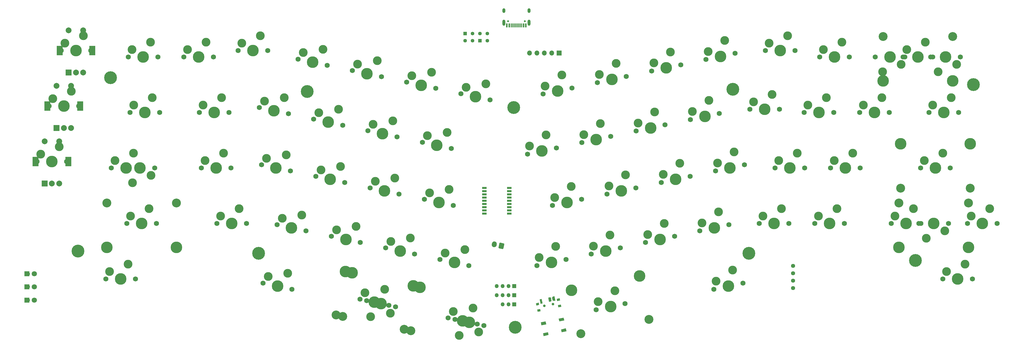
<source format=gbr>
%TF.GenerationSoftware,KiCad,Pcbnew,(5.1.10-1-10_14)*%
%TF.CreationDate,2021-06-03T00:35:35+07:00*%
%TF.ProjectId,geulis,6765756c-6973-42e6-9b69-6361645f7063,rev?*%
%TF.SameCoordinates,Original*%
%TF.FileFunction,Soldermask,Top*%
%TF.FilePolarity,Negative*%
%FSLAX46Y46*%
G04 Gerber Fmt 4.6, Leading zero omitted, Abs format (unit mm)*
G04 Created by KiCad (PCBNEW (5.1.10-1-10_14)) date 2021-06-03 00:35:35*
%MOMM*%
%LPD*%
G01*
G04 APERTURE LIST*
%ADD10C,0.100000*%
%ADD11O,1.350000X1.350000*%
%ADD12R,1.350000X1.350000*%
%ADD13C,0.900000*%
%ADD14C,2.000000*%
%ADD15R,2.000000X3.200000*%
%ADD16R,2.000000X2.000000*%
%ADD17C,1.397000*%
%ADD18C,3.987800*%
%ADD19C,3.048000*%
%ADD20C,1.750000*%
%ADD21C,3.000000*%
%ADD22R,0.600000X1.450000*%
%ADD23R,0.300000X1.450000*%
%ADD24O,1.000000X2.100000*%
%ADD25C,0.650000*%
%ADD26O,1.000000X1.600000*%
%ADD27R,1.524000X0.700000*%
%ADD28O,1.700000X1.700000*%
%ADD29R,1.700000X1.700000*%
%ADD30C,1.800000*%
%ADD31R,1.800000X1.800000*%
%ADD32R,1.270000X1.270000*%
%ADD33O,1.270000X1.270000*%
%ADD34C,4.400000*%
G04 APERTURE END LIST*
D10*
%TO.C,JP7*%
G36*
X205302295Y34820988D02*
G01*
X205539938Y33702966D01*
X204918815Y33570942D01*
X204681172Y34688964D01*
X205302295Y34820988D01*
G37*
G36*
X206281185Y35029058D02*
G01*
X206518828Y33911036D01*
X205897705Y33779012D01*
X205660062Y34897034D01*
X206281185Y35029058D01*
G37*
%TD*%
D11*
%TO.C,J8*%
X188748318Y32508661D03*
X190748318Y32508661D03*
D12*
X192748318Y32508661D03*
%TD*%
D11*
%TO.C,J9*%
X186748316Y35658664D03*
X188748316Y35658664D03*
X190748316Y35658664D03*
D12*
X192748316Y35658664D03*
%TD*%
D11*
%TO.C,J7*%
X186748323Y38758664D03*
X188748323Y38758664D03*
X190748323Y38758664D03*
D12*
X192748323Y38758664D03*
%TD*%
D10*
%TO.C,SW_RESET1*%
G36*
X209000225Y22903039D02*
G01*
X208792314Y23881187D01*
X210455165Y24234637D01*
X210663076Y23256489D01*
X209000225Y22903039D01*
G37*
G36*
X202837895Y21593196D02*
G01*
X202629984Y22571344D01*
X204292835Y22924794D01*
X204500746Y21946646D01*
X202837895Y21593196D01*
G37*
G36*
X208210161Y26620000D02*
G01*
X208002250Y27598148D01*
X209665101Y27951598D01*
X209873012Y26973450D01*
X208210161Y26620000D01*
G37*
G36*
X202047831Y25310157D02*
G01*
X201839920Y26288305D01*
X203502771Y26641755D01*
X203710682Y25663607D01*
X202047831Y25310157D01*
G37*
%TD*%
%TO.C,SW67*%
G36*
X200313172Y32081264D02*
G01*
X200146843Y32863782D01*
X201124990Y33071694D01*
X201291319Y32289176D01*
X200313172Y32081264D01*
G37*
G36*
X207453650Y33599020D02*
G01*
X207287321Y34381538D01*
X208265468Y34589450D01*
X208431797Y33806932D01*
X207453650Y33599020D01*
G37*
G36*
X207913134Y31437314D02*
G01*
X207746805Y32219832D01*
X208724952Y32427744D01*
X208891281Y31645226D01*
X207913134Y31437314D01*
G37*
G36*
X200772657Y29919558D02*
G01*
X200606328Y30702076D01*
X201584475Y30909988D01*
X201750804Y30127470D01*
X200772657Y29919558D01*
G37*
G36*
X206168591Y33632574D02*
G01*
X205856724Y35099796D01*
X206541427Y35245334D01*
X206853294Y33778112D01*
X206168591Y33632574D01*
G37*
G36*
X204701370Y33320707D02*
G01*
X204389503Y34787929D01*
X205074206Y34933467D01*
X205386073Y33466245D01*
X204701370Y33320707D01*
G37*
G36*
X201766927Y32696972D02*
G01*
X201455060Y34164194D01*
X202139763Y34309732D01*
X202451630Y32842510D01*
X201766927Y32696972D01*
G37*
D13*
X205987323Y32561481D03*
X203052880Y31937746D03*
%TD*%
D14*
%TO.C,SW58_2*%
X36596495Y88487394D03*
X31596495Y88487394D03*
D15*
X39696495Y81487394D03*
X28496495Y81487394D03*
D14*
X36596495Y73987394D03*
X34096495Y73987394D03*
D16*
X31596495Y73987394D03*
%TD*%
D14*
%TO.C,SW_57_2*%
X40666497Y107537396D03*
X35666497Y107537396D03*
D15*
X43766497Y100537396D03*
X32566497Y100537396D03*
D14*
X40666497Y93037396D03*
X38166497Y93037396D03*
D16*
X35666497Y93037396D03*
%TD*%
D17*
%TO.C,OL1*%
X288372632Y38063677D03*
X288372632Y40603677D03*
X288372632Y43143677D03*
X288372632Y45683677D03*
%TD*%
D14*
%TO.C,SW29_2*%
X44826489Y126587408D03*
X39826489Y126587408D03*
D15*
X47926489Y119587408D03*
X36726489Y119587408D03*
D14*
X44826489Y112087408D03*
X42326489Y112087408D03*
D16*
X39826489Y112087408D03*
%TD*%
%TO.C,J4*%
G36*
G01*
X186734004Y53061447D02*
X186671630Y52768003D01*
G75*
G02*
X185663480Y52113303I-831425J176725D01*
G01*
X185663480Y52113303D01*
G75*
G02*
X185008780Y53121453I176725J831425D01*
G01*
X185071154Y53414897D01*
G75*
G02*
X186079304Y54069597I831425J-176725D01*
G01*
X186079304Y54069597D01*
G75*
G02*
X186734004Y53061447I-176725J-831425D01*
G01*
G37*
G36*
G01*
X189304120Y53128557D02*
X188992253Y51661335D01*
G75*
G02*
X188695738Y51468776I-244537J51978D01*
G01*
X187521961Y51718270D01*
G75*
G02*
X187329402Y52014785I51978J244537D01*
G01*
X187641269Y53482007D01*
G75*
G02*
X187937784Y53674566I244537J-51978D01*
G01*
X189111561Y53425072D01*
G75*
G02*
X189304120Y53128557I-51978J-244537D01*
G01*
G37*
%TD*%
D18*
%TO.C,SW55_2*%
X348604495Y52042400D03*
X324728495Y52042400D03*
D19*
X348604495Y67282400D03*
X324728495Y67282400D03*
D20*
X331586495Y60297400D03*
X341746495Y60297400D03*
D21*
X340476495Y57757400D03*
D18*
X336666495Y60297400D03*
D21*
X334126495Y55217400D03*
%TD*%
D22*
%TO.C,J1*%
X190221496Y128222402D03*
X191021496Y128222402D03*
X195921496Y128222402D03*
X196721496Y128222402D03*
X196721496Y128222402D03*
X195921496Y128222402D03*
X191021496Y128222402D03*
X190221496Y128222402D03*
D23*
X195221496Y128222402D03*
X194721496Y128222402D03*
X194221496Y128222402D03*
X193221496Y128222402D03*
X192721496Y128222402D03*
X192221496Y128222402D03*
X191721496Y128222402D03*
X193721496Y128222402D03*
D24*
X189151496Y129137402D03*
X197791496Y129137402D03*
D25*
X196361496Y129667402D03*
D26*
X197791496Y133317402D03*
D25*
X190581496Y129667402D03*
D26*
X189151496Y133317402D03*
%TD*%
D24*
%TO.C,J2*%
X197791496Y129137402D03*
X189151496Y129137402D03*
D25*
X190581496Y129667402D03*
D26*
X189151496Y133317402D03*
D25*
X196361496Y129667402D03*
D26*
X197791496Y133317402D03*
%TD*%
D27*
%TO.C,U1*%
X190988993Y72422404D03*
X190988993Y71322404D03*
X190988993Y70222404D03*
X190988993Y69122404D03*
X190988993Y68022404D03*
X190988993Y66922404D03*
X190988993Y65822404D03*
X190988993Y64722404D03*
X190988993Y63622404D03*
X182488993Y72422404D03*
X182488993Y71322404D03*
X182488993Y70222404D03*
X182488993Y69122404D03*
X182488993Y68022404D03*
X182488993Y66922404D03*
X182488993Y65822404D03*
X182488993Y64722404D03*
X182488993Y63622404D03*
%TD*%
%TO.C,D129*%
G36*
G01*
X27191761Y33695043D02*
X27191761Y34170043D01*
G75*
G02*
X27429261Y34407543I237500J0D01*
G01*
X28004261Y34407543D01*
G75*
G02*
X28241761Y34170043I0J-237500D01*
G01*
X28241761Y33695043D01*
G75*
G02*
X28004261Y33457543I-237500J0D01*
G01*
X27429261Y33457543D01*
G75*
G02*
X27191761Y33695043I0J237500D01*
G01*
G37*
G36*
G01*
X25441761Y33695043D02*
X25441761Y34170043D01*
G75*
G02*
X25679261Y34407543I237500J0D01*
G01*
X26254261Y34407543D01*
G75*
G02*
X26491761Y34170043I0J-237500D01*
G01*
X26491761Y33695043D01*
G75*
G02*
X26254261Y33457543I-237500J0D01*
G01*
X25679261Y33457543D01*
G75*
G02*
X25441761Y33695043I0J237500D01*
G01*
G37*
%TD*%
%TO.C,D54*%
G36*
G01*
X27201495Y42684903D02*
X27201495Y43159903D01*
G75*
G02*
X27438995Y43397403I237500J0D01*
G01*
X28013995Y43397403D01*
G75*
G02*
X28251495Y43159903I0J-237500D01*
G01*
X28251495Y42684903D01*
G75*
G02*
X28013995Y42447403I-237500J0D01*
G01*
X27438995Y42447403D01*
G75*
G02*
X27201495Y42684903I0J237500D01*
G01*
G37*
G36*
G01*
X25451495Y42684903D02*
X25451495Y43159903D01*
G75*
G02*
X25688995Y43397403I237500J0D01*
G01*
X26263995Y43397403D01*
G75*
G02*
X26501495Y43159903I0J-237500D01*
G01*
X26501495Y42684903D01*
G75*
G02*
X26263995Y42447403I-237500J0D01*
G01*
X25688995Y42447403D01*
G75*
G02*
X25451495Y42684903I0J237500D01*
G01*
G37*
%TD*%
%TO.C,D53*%
G36*
G01*
X27201495Y38284902D02*
X27201495Y38759902D01*
G75*
G02*
X27438995Y38997402I237500J0D01*
G01*
X28013995Y38997402D01*
G75*
G02*
X28251495Y38759902I0J-237500D01*
G01*
X28251495Y38284902D01*
G75*
G02*
X28013995Y38047402I-237500J0D01*
G01*
X27438995Y38047402D01*
G75*
G02*
X27201495Y38284902I0J237500D01*
G01*
G37*
G36*
G01*
X25451495Y38284902D02*
X25451495Y38759902D01*
G75*
G02*
X25688995Y38997402I237500J0D01*
G01*
X26263995Y38997402D01*
G75*
G02*
X26501495Y38759902I0J-237500D01*
G01*
X26501495Y38284902D01*
G75*
G02*
X26263995Y38047402I-237500J0D01*
G01*
X25688995Y38047402D01*
G75*
G02*
X25451495Y38284902I0J237500D01*
G01*
G37*
%TD*%
D28*
%TO.C,J6*%
X198002746Y118747395D03*
X200542746Y118747395D03*
X203082746Y118747395D03*
X205622746Y118747395D03*
D29*
X208162746Y118747395D03*
%TD*%
D30*
%TO.C,D128*%
X28083573Y42964353D03*
D31*
X25543573Y42964353D03*
%TD*%
D30*
%TO.C,D127*%
X28083573Y33964349D03*
D31*
X25543573Y33964349D03*
%TD*%
D30*
%TO.C,D126*%
X28083569Y38464346D03*
D31*
X25543569Y38464346D03*
%TD*%
D18*
%TO.C,SW63*%
X212403056Y37279954D03*
X235757308Y42244053D03*
D19*
X215571630Y22372984D03*
X238925882Y27337084D03*
D20*
X230765483Y32743586D03*
X220827503Y30631204D03*
D21*
X221541655Y33379746D03*
D18*
X225796493Y31687395D03*
D21*
X227224797Y37184481D03*
%TD*%
D20*
%TO.C,SW40*%
X292336492Y79347400D03*
X282176492Y79347400D03*
D21*
X283446492Y81887400D03*
D18*
X287256492Y79347400D03*
D21*
X289796492Y84427400D03*
%TD*%
D20*
%TO.C,SW10*%
X249831777Y114702877D03*
X239893797Y112590495D03*
D21*
X240607949Y115339037D03*
D18*
X244862787Y113646686D03*
D21*
X246291091Y119143772D03*
%TD*%
D32*
%TO.C,J5*%
X175861497Y125412402D03*
D33*
X178401497Y125412402D03*
X180941497Y125412402D03*
X183481497Y125412402D03*
%TD*%
%TO.C,J3*%
X175871496Y123032395D03*
X178411496Y123032395D03*
D32*
X180951496Y123032395D03*
D33*
X183491496Y123032395D03*
%TD*%
D34*
%TO.C,H13*%
X104982742Y49978656D03*
%TD*%
%TO.C,H12*%
X121651490Y105541150D03*
%TD*%
%TO.C,H11*%
X273257747Y49978658D03*
%TD*%
%TO.C,H10*%
X350251487Y107922401D03*
%TD*%
%TO.C,H8*%
X330407744Y47597398D03*
%TD*%
%TO.C,H7*%
X267701491Y106334897D03*
%TD*%
%TO.C,H5*%
X43070244Y50772397D03*
%TD*%
%TO.C,H4*%
X193088995Y24578652D03*
%TD*%
%TO.C,H3*%
X192562749Y100047405D03*
%TD*%
%TO.C,H2*%
X54182741Y110303653D03*
%TD*%
D20*
%TO.C,SW9*%
X231198062Y110742163D03*
X221260082Y108629781D03*
D21*
X221974234Y111378323D03*
D18*
X226229072Y109685972D03*
D21*
X227657376Y115183058D03*
%TD*%
D20*
%TO.C,SW65*%
X349972094Y41199402D03*
X339812094Y41199402D03*
D21*
X341082094Y43739402D03*
D18*
X344892094Y41199402D03*
D21*
X347432094Y46279402D03*
%TD*%
D20*
%TO.C,SW62_2*%
X172377501Y27343593D03*
X182315481Y25231211D03*
D21*
X180545138Y23010764D03*
D18*
X177346491Y26287402D03*
D21*
X173805805Y21846508D03*
%TD*%
D18*
%TO.C,SW61_2*%
X160419931Y38319955D03*
X137065679Y43284054D03*
D19*
X157251357Y23412985D03*
X133897105Y28377085D03*
D20*
X142057504Y33783587D03*
X151995484Y31671205D03*
D21*
X150225141Y29450758D03*
D18*
X147026494Y32727396D03*
D21*
X143485808Y28286502D03*
%TD*%
D20*
%TO.C,SW30_2*%
X64580242Y79347398D03*
X54420242Y79347398D03*
D21*
X55690242Y81887398D03*
D18*
X59500242Y79347398D03*
D21*
X62040242Y84427398D03*
%TD*%
D20*
%TO.C,SW14_2*%
X316596492Y117447398D03*
X326756492Y117447398D03*
D21*
X325486492Y114907398D03*
D18*
X321676492Y117447398D03*
D21*
X319136492Y112367398D03*
%TD*%
D20*
%TO.C,SW66*%
X335646498Y117447407D03*
X345806498Y117447407D03*
D21*
X344536498Y114907407D03*
D18*
X340726498Y117447407D03*
D21*
X338186498Y112367407D03*
%TD*%
D18*
%TO.C,SW42*%
X325324744Y87602404D03*
X349200744Y87602404D03*
D19*
X325324744Y72362404D03*
X349200744Y72362404D03*
D20*
X342342744Y79347404D03*
X332182744Y79347404D03*
D21*
X333452744Y81887404D03*
D18*
X337262744Y79347404D03*
D21*
X339802744Y84427404D03*
%TD*%
D20*
%TO.C,SW15*%
X71023995Y98397399D03*
X60863995Y98397399D03*
D21*
X62133995Y100937399D03*
D18*
X65943995Y98397399D03*
D21*
X68483995Y103477399D03*
%TD*%
D20*
%TO.C,SW64*%
X271175484Y39803592D03*
X261237504Y37691210D03*
D21*
X261951656Y40439752D03*
D18*
X266206494Y38747401D03*
D21*
X267634798Y44244487D03*
%TD*%
D20*
%TO.C,SW62*%
X180000505Y25723273D03*
X170062525Y27835655D03*
D21*
X171832868Y30056102D03*
D18*
X175031515Y26779464D03*
D21*
X178572201Y31220358D03*
%TD*%
D18*
%TO.C,SW61*%
X134774234Y43775839D03*
X158128486Y38811740D03*
D19*
X131605660Y28868870D03*
X154959912Y23904770D03*
D20*
X149704039Y32162990D03*
X139766059Y34275372D03*
D21*
X141536402Y36495819D03*
D18*
X144735049Y33219181D03*
D21*
X148275735Y37660075D03*
%TD*%
D20*
%TO.C,SW60*%
X116465487Y37691213D03*
X106527507Y39803595D03*
D21*
X108297850Y42024042D03*
D18*
X111496497Y38747404D03*
D21*
X115037183Y43188298D03*
%TD*%
D20*
%TO.C,SW59*%
X62796498Y41247393D03*
X52636498Y41247393D03*
D21*
X53906498Y43787393D03*
D18*
X57716498Y41247393D03*
D21*
X60256498Y46327393D03*
%TD*%
D20*
%TO.C,SW58*%
X39176495Y81487394D03*
X29016495Y81487394D03*
D21*
X30286495Y84027394D03*
D18*
X34096495Y81487394D03*
D21*
X36636495Y86567394D03*
%TD*%
D20*
%TO.C,SW57*%
X43246497Y100537396D03*
X33086497Y100537396D03*
D21*
X34356497Y103077396D03*
D18*
X38166497Y100537396D03*
D21*
X40706497Y105617396D03*
%TD*%
D20*
%TO.C,SW56*%
X358413995Y60297408D03*
X348253995Y60297408D03*
D21*
X349523995Y62837408D03*
D18*
X353333995Y60297408D03*
D21*
X355873995Y65377408D03*
%TD*%
D20*
%TO.C,SW55*%
X332220240Y60297399D03*
X322060240Y60297399D03*
D21*
X323330240Y62837399D03*
D18*
X327140240Y60297399D03*
D21*
X329680240Y65377399D03*
%TD*%
D20*
%TO.C,SW54*%
X306026490Y60297399D03*
X295866490Y60297399D03*
D21*
X297136490Y62837399D03*
D18*
X300946490Y60297399D03*
D21*
X303486490Y65377399D03*
%TD*%
D20*
%TO.C,SW53*%
X286976490Y60297400D03*
X276816490Y60297400D03*
D21*
X278086490Y62837400D03*
D18*
X281896490Y60297400D03*
D21*
X284436490Y65377400D03*
%TD*%
D20*
%TO.C,SW52*%
X266365485Y59793595D03*
X256427505Y57681213D03*
D21*
X257141657Y60429755D03*
D18*
X261396495Y58737404D03*
D21*
X262824799Y64234490D03*
%TD*%
D20*
%TO.C,SW51*%
X247731773Y55832879D03*
X237793793Y53720497D03*
D21*
X238507945Y56469039D03*
D18*
X242762783Y54776688D03*
D21*
X244191087Y60273774D03*
%TD*%
D20*
%TO.C,SW50*%
X229098058Y51872150D03*
X219160078Y49759768D03*
D21*
X219874230Y52508310D03*
D18*
X224129068Y50815959D03*
D21*
X225557372Y56313045D03*
%TD*%
D20*
%TO.C,SW49*%
X210464350Y47911438D03*
X200526370Y45799056D03*
D21*
X201240522Y48547598D03*
D18*
X205495360Y46855247D03*
D21*
X206923664Y52352333D03*
%TD*%
D20*
%TO.C,SW48*%
X177176622Y45799062D03*
X167238642Y47911444D03*
D21*
X169008985Y50131891D03*
D18*
X172207632Y46855253D03*
D21*
X175748318Y51296147D03*
%TD*%
D20*
%TO.C,SW47*%
X158542909Y49759776D03*
X148604929Y51872158D03*
D21*
X150375272Y54092605D03*
D18*
X153573919Y50815967D03*
D21*
X157114605Y55256861D03*
%TD*%
D20*
%TO.C,SW46*%
X139909199Y53720491D03*
X129971219Y55832873D03*
D21*
X131741562Y58053320D03*
D18*
X134940209Y54776682D03*
D21*
X138480895Y59217576D03*
%TD*%
D20*
%TO.C,SW45*%
X121275479Y57681207D03*
X111337499Y59793589D03*
D21*
X113107842Y62014036D03*
D18*
X116306489Y58737398D03*
D21*
X119847175Y63178292D03*
%TD*%
D20*
%TO.C,SW44*%
X100886492Y60297401D03*
X90726492Y60297401D03*
D21*
X91996492Y62837401D03*
D18*
X95806492Y60297401D03*
D21*
X98346492Y65377401D03*
%TD*%
D18*
%TO.C,SW43*%
X52912244Y52042401D03*
X76788244Y52042401D03*
D19*
X52912244Y67282401D03*
X76788244Y67282401D03*
D20*
X69930244Y60297401D03*
X59770244Y60297401D03*
D21*
X61040244Y62837401D03*
D18*
X64850244Y60297401D03*
D21*
X67390244Y65377401D03*
%TD*%
D20*
%TO.C,SW41*%
X311386494Y79347398D03*
X301226494Y79347398D03*
D21*
X302496494Y81887398D03*
D18*
X306306494Y79347398D03*
D21*
X308846494Y84427398D03*
%TD*%
D20*
%TO.C,SW39*%
X271725485Y80403593D03*
X261787505Y78291211D03*
D21*
X262501657Y81039753D03*
D18*
X266756495Y79347402D03*
D21*
X268184799Y84844488D03*
%TD*%
D20*
%TO.C,SW38*%
X253091767Y76442872D03*
X243153787Y74330490D03*
D21*
X243867939Y77079032D03*
D18*
X248122777Y75386681D03*
D21*
X249551081Y80883767D03*
%TD*%
D20*
%TO.C,SW37*%
X234458064Y72482158D03*
X224520084Y70369776D03*
D21*
X225234236Y73118318D03*
D18*
X229489074Y71425967D03*
D21*
X230917378Y76923053D03*
%TD*%
D20*
%TO.C,SW36*%
X215824347Y68521441D03*
X205886367Y66409059D03*
D21*
X206600519Y69157601D03*
D18*
X210855357Y67465250D03*
D21*
X212283661Y72962336D03*
%TD*%
D20*
%TO.C,SW35*%
X171826621Y66409063D03*
X161888641Y68521445D03*
D21*
X163658984Y70741892D03*
D18*
X166857631Y67465254D03*
D21*
X170398317Y71906148D03*
%TD*%
D20*
%TO.C,SW34*%
X153192908Y70369768D03*
X143254928Y72482150D03*
D21*
X145025271Y74702597D03*
D18*
X148223918Y71425959D03*
D21*
X151764604Y75866853D03*
%TD*%
D20*
%TO.C,SW33*%
X134559192Y74330495D03*
X124621212Y76442877D03*
D21*
X126391555Y78663324D03*
D18*
X129590202Y75386686D03*
D21*
X133130888Y79827580D03*
%TD*%
D20*
%TO.C,SW32*%
X115925482Y78291209D03*
X105987502Y80403591D03*
D21*
X107757845Y82624038D03*
D18*
X110956492Y79347400D03*
D21*
X114497178Y83788294D03*
%TD*%
D20*
%TO.C,SW31*%
X95536493Y79347394D03*
X85376493Y79347394D03*
D21*
X86646493Y81887394D03*
D18*
X90456493Y79347394D03*
D21*
X92996493Y84427394D03*
%TD*%
D20*
%TO.C,SW30*%
X59182745Y79347396D03*
X69342745Y79347396D03*
D21*
X68072745Y76807396D03*
D18*
X64262745Y79347396D03*
D21*
X61722745Y74267396D03*
%TD*%
D20*
%TO.C,SW29*%
X47406489Y119587408D03*
X37246489Y119587408D03*
D21*
X38516489Y122127408D03*
D18*
X42326489Y119587408D03*
D21*
X44866489Y124667408D03*
%TD*%
D20*
%TO.C,SW28*%
X345208993Y98397401D03*
X335048993Y98397401D03*
D21*
X336318993Y100937401D03*
D18*
X340128993Y98397401D03*
D21*
X342668993Y103477401D03*
%TD*%
D20*
%TO.C,SW27*%
X321396499Y98397402D03*
X311236499Y98397402D03*
D21*
X312506499Y100937402D03*
D18*
X316316499Y98397402D03*
D21*
X318856499Y103477402D03*
%TD*%
D20*
%TO.C,SW26*%
X302346495Y98397403D03*
X292186495Y98397403D03*
D21*
X293456495Y100937403D03*
D18*
X297266495Y98397403D03*
D21*
X299806495Y103477403D03*
%TD*%
D20*
%TO.C,SW25*%
X283716491Y99457401D03*
X273556491Y99457401D03*
D21*
X274826491Y101997401D03*
D18*
X278636491Y99457401D03*
D21*
X281176491Y104537401D03*
%TD*%
D20*
%TO.C,SW24*%
X263105480Y98053588D03*
X253167500Y95941206D03*
D21*
X253881652Y98689748D03*
D18*
X258136490Y96997397D03*
D21*
X259564794Y102494483D03*
%TD*%
D20*
%TO.C,SW23*%
X244471771Y94092876D03*
X234533791Y91980494D03*
D21*
X235247943Y94729036D03*
D18*
X239502781Y93036685D03*
D21*
X240931085Y98533771D03*
%TD*%
D20*
%TO.C,SW22*%
X225838060Y90132158D03*
X215900080Y88019776D03*
D21*
X216614232Y90768318D03*
D18*
X220869070Y89075967D03*
D21*
X222297374Y94573053D03*
%TD*%
D20*
%TO.C,SW21*%
X207204347Y86171443D03*
X197266367Y84059061D03*
D21*
X197980519Y86807603D03*
D18*
X202235357Y85115252D03*
D21*
X203663661Y90612338D03*
%TD*%
D20*
%TO.C,SW20*%
X171126616Y86039051D03*
X161188636Y88151433D03*
D21*
X162958979Y90371880D03*
D18*
X166157626Y87095242D03*
D21*
X169698312Y91536136D03*
%TD*%
D20*
%TO.C,SW19*%
X152492909Y89999774D03*
X142554929Y92112156D03*
D21*
X144325272Y94332603D03*
D18*
X147523919Y91055965D03*
D21*
X151064605Y95496859D03*
%TD*%
D20*
%TO.C,SW18*%
X133859196Y93960498D03*
X123921216Y96072880D03*
D21*
X125691559Y98293327D03*
D18*
X128890206Y95016689D03*
D21*
X132430892Y99457583D03*
%TD*%
D20*
%TO.C,SW17*%
X115225483Y97921204D03*
X105287503Y100033586D03*
D21*
X107057846Y102254033D03*
D18*
X110256493Y98977395D03*
D21*
X113797179Y103418289D03*
%TD*%
D20*
%TO.C,SW16*%
X94836495Y98397400D03*
X84676495Y98397400D03*
D21*
X85946495Y100937400D03*
D18*
X89756495Y98397400D03*
D21*
X92296495Y103477400D03*
%TD*%
D18*
%TO.C,SW14*%
X319263498Y109192409D03*
X343139498Y109192409D03*
D19*
X319263498Y124432409D03*
X343139498Y124432409D03*
D20*
X336281498Y117447409D03*
X326121498Y117447409D03*
D21*
X327391498Y119987409D03*
D18*
X331201498Y117447409D03*
D21*
X333741498Y122527409D03*
%TD*%
D20*
%TO.C,SW13*%
X307706492Y117447399D03*
X297546492Y117447399D03*
D21*
X298816492Y119987399D03*
D18*
X302626492Y117447399D03*
D21*
X305166492Y122527399D03*
%TD*%
D20*
%TO.C,SW12*%
X289076499Y119587403D03*
X278916499Y119587403D03*
D21*
X280186499Y122127403D03*
D18*
X283996499Y119587403D03*
D21*
X286536499Y124667403D03*
%TD*%
D20*
%TO.C,SW11*%
X268465482Y118663588D03*
X258527502Y116551206D03*
D21*
X259241654Y119299748D03*
D18*
X263496492Y117607397D03*
D21*
X264924796Y123104483D03*
%TD*%
D20*
%TO.C,SW8*%
X212564349Y106781436D03*
X202626369Y104669054D03*
D21*
X203340521Y107417596D03*
D18*
X207595359Y105725245D03*
D21*
X209023663Y111222331D03*
%TD*%
D20*
%TO.C,SW7*%
X184406623Y102689051D03*
X174468643Y104801433D03*
D21*
X176238986Y107021880D03*
D18*
X179437633Y103745242D03*
D21*
X182978319Y108186136D03*
%TD*%
D20*
%TO.C,SW6*%
X165772908Y106649766D03*
X155834928Y108762148D03*
D21*
X157605271Y110982595D03*
D18*
X160803918Y107705957D03*
D21*
X164344604Y112146851D03*
%TD*%
D20*
%TO.C,SW5*%
X147139197Y110610493D03*
X137201217Y112722875D03*
D21*
X138971560Y114943322D03*
D18*
X142170207Y111666684D03*
D21*
X145710893Y116107578D03*
%TD*%
D20*
%TO.C,SW4*%
X128505487Y114571211D03*
X118567507Y116683593D03*
D21*
X120337850Y118904040D03*
D18*
X123536497Y115627402D03*
D21*
X127077183Y120068296D03*
%TD*%
D20*
%TO.C,SW3*%
X108116491Y119587405D03*
X97956491Y119587405D03*
D21*
X99226491Y122127405D03*
D18*
X103036491Y119587405D03*
D21*
X105576491Y124667405D03*
%TD*%
D20*
%TO.C,SW2*%
X89476490Y117447408D03*
X79316490Y117447408D03*
D21*
X80586490Y119987408D03*
D18*
X84396490Y117447408D03*
D21*
X86936490Y122527408D03*
%TD*%
D20*
%TO.C,SW1*%
X70426495Y117447402D03*
X60266495Y117447402D03*
D21*
X61536495Y119987402D03*
D18*
X65346495Y117447402D03*
D21*
X67886495Y122527402D03*
%TD*%
M02*

</source>
